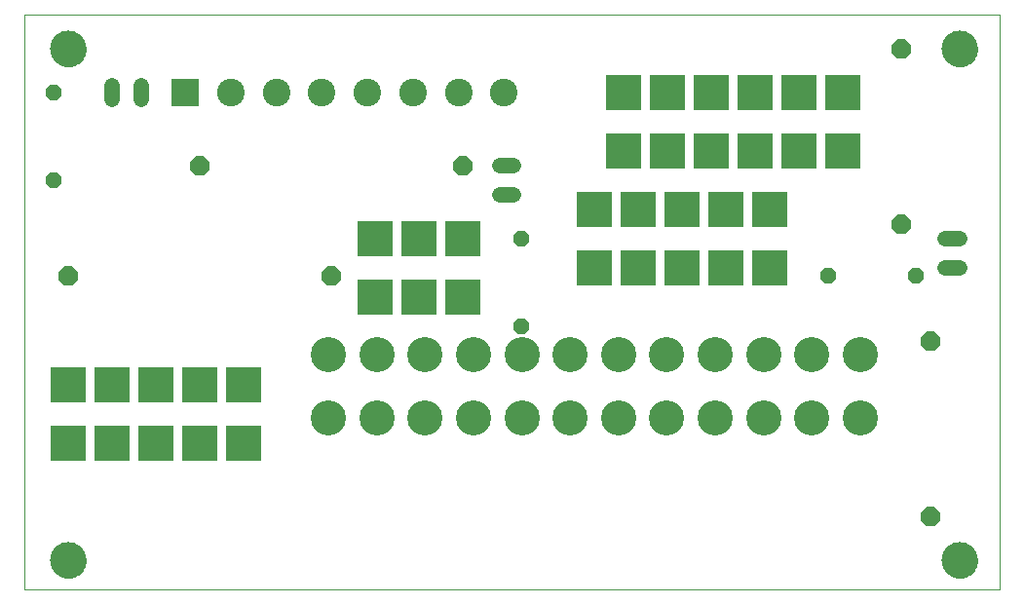
<source format=gbs>
G75*
G70*
%OFA0B0*%
%FSLAX24Y24*%
%IPPOS*%
%LPD*%
%AMOC8*
5,1,8,0,0,1.08239X$1,22.5*
%
%ADD10C,0.0000*%
%ADD11C,0.1241*%
%ADD12R,0.0946X0.0946*%
%ADD13C,0.0946*%
%ADD14C,0.1202*%
%ADD15OC8,0.0660*%
%ADD16OC8,0.0540*%
%ADD17C,0.0540*%
%ADD18R,0.1241X0.1241*%
D10*
X000180Y000680D02*
X000180Y020365D01*
X033550Y020365D01*
X033550Y000680D01*
X000180Y000680D01*
X001089Y001680D02*
X001091Y001728D01*
X001097Y001776D01*
X001107Y001823D01*
X001120Y001869D01*
X001138Y001914D01*
X001158Y001958D01*
X001183Y002000D01*
X001211Y002039D01*
X001241Y002076D01*
X001275Y002110D01*
X001312Y002142D01*
X001350Y002171D01*
X001391Y002196D01*
X001434Y002218D01*
X001479Y002236D01*
X001525Y002250D01*
X001572Y002261D01*
X001620Y002268D01*
X001668Y002271D01*
X001716Y002270D01*
X001764Y002265D01*
X001812Y002256D01*
X001858Y002244D01*
X001903Y002227D01*
X001947Y002207D01*
X001989Y002184D01*
X002029Y002157D01*
X002067Y002127D01*
X002102Y002094D01*
X002134Y002058D01*
X002164Y002020D01*
X002190Y001979D01*
X002212Y001936D01*
X002232Y001892D01*
X002247Y001847D01*
X002259Y001800D01*
X002267Y001752D01*
X002271Y001704D01*
X002271Y001656D01*
X002267Y001608D01*
X002259Y001560D01*
X002247Y001513D01*
X002232Y001468D01*
X002212Y001424D01*
X002190Y001381D01*
X002164Y001340D01*
X002134Y001302D01*
X002102Y001266D01*
X002067Y001233D01*
X002029Y001203D01*
X001989Y001176D01*
X001947Y001153D01*
X001903Y001133D01*
X001858Y001116D01*
X001812Y001104D01*
X001764Y001095D01*
X001716Y001090D01*
X001668Y001089D01*
X001620Y001092D01*
X001572Y001099D01*
X001525Y001110D01*
X001479Y001124D01*
X001434Y001142D01*
X001391Y001164D01*
X001350Y001189D01*
X001312Y001218D01*
X001275Y001250D01*
X001241Y001284D01*
X001211Y001321D01*
X001183Y001360D01*
X001158Y001402D01*
X001138Y001446D01*
X001120Y001491D01*
X001107Y001537D01*
X001097Y001584D01*
X001091Y001632D01*
X001089Y001680D01*
X001089Y019180D02*
X001091Y019228D01*
X001097Y019276D01*
X001107Y019323D01*
X001120Y019369D01*
X001138Y019414D01*
X001158Y019458D01*
X001183Y019500D01*
X001211Y019539D01*
X001241Y019576D01*
X001275Y019610D01*
X001312Y019642D01*
X001350Y019671D01*
X001391Y019696D01*
X001434Y019718D01*
X001479Y019736D01*
X001525Y019750D01*
X001572Y019761D01*
X001620Y019768D01*
X001668Y019771D01*
X001716Y019770D01*
X001764Y019765D01*
X001812Y019756D01*
X001858Y019744D01*
X001903Y019727D01*
X001947Y019707D01*
X001989Y019684D01*
X002029Y019657D01*
X002067Y019627D01*
X002102Y019594D01*
X002134Y019558D01*
X002164Y019520D01*
X002190Y019479D01*
X002212Y019436D01*
X002232Y019392D01*
X002247Y019347D01*
X002259Y019300D01*
X002267Y019252D01*
X002271Y019204D01*
X002271Y019156D01*
X002267Y019108D01*
X002259Y019060D01*
X002247Y019013D01*
X002232Y018968D01*
X002212Y018924D01*
X002190Y018881D01*
X002164Y018840D01*
X002134Y018802D01*
X002102Y018766D01*
X002067Y018733D01*
X002029Y018703D01*
X001989Y018676D01*
X001947Y018653D01*
X001903Y018633D01*
X001858Y018616D01*
X001812Y018604D01*
X001764Y018595D01*
X001716Y018590D01*
X001668Y018589D01*
X001620Y018592D01*
X001572Y018599D01*
X001525Y018610D01*
X001479Y018624D01*
X001434Y018642D01*
X001391Y018664D01*
X001350Y018689D01*
X001312Y018718D01*
X001275Y018750D01*
X001241Y018784D01*
X001211Y018821D01*
X001183Y018860D01*
X001158Y018902D01*
X001138Y018946D01*
X001120Y018991D01*
X001107Y019037D01*
X001097Y019084D01*
X001091Y019132D01*
X001089Y019180D01*
X031589Y019180D02*
X031591Y019228D01*
X031597Y019276D01*
X031607Y019323D01*
X031620Y019369D01*
X031638Y019414D01*
X031658Y019458D01*
X031683Y019500D01*
X031711Y019539D01*
X031741Y019576D01*
X031775Y019610D01*
X031812Y019642D01*
X031850Y019671D01*
X031891Y019696D01*
X031934Y019718D01*
X031979Y019736D01*
X032025Y019750D01*
X032072Y019761D01*
X032120Y019768D01*
X032168Y019771D01*
X032216Y019770D01*
X032264Y019765D01*
X032312Y019756D01*
X032358Y019744D01*
X032403Y019727D01*
X032447Y019707D01*
X032489Y019684D01*
X032529Y019657D01*
X032567Y019627D01*
X032602Y019594D01*
X032634Y019558D01*
X032664Y019520D01*
X032690Y019479D01*
X032712Y019436D01*
X032732Y019392D01*
X032747Y019347D01*
X032759Y019300D01*
X032767Y019252D01*
X032771Y019204D01*
X032771Y019156D01*
X032767Y019108D01*
X032759Y019060D01*
X032747Y019013D01*
X032732Y018968D01*
X032712Y018924D01*
X032690Y018881D01*
X032664Y018840D01*
X032634Y018802D01*
X032602Y018766D01*
X032567Y018733D01*
X032529Y018703D01*
X032489Y018676D01*
X032447Y018653D01*
X032403Y018633D01*
X032358Y018616D01*
X032312Y018604D01*
X032264Y018595D01*
X032216Y018590D01*
X032168Y018589D01*
X032120Y018592D01*
X032072Y018599D01*
X032025Y018610D01*
X031979Y018624D01*
X031934Y018642D01*
X031891Y018664D01*
X031850Y018689D01*
X031812Y018718D01*
X031775Y018750D01*
X031741Y018784D01*
X031711Y018821D01*
X031683Y018860D01*
X031658Y018902D01*
X031638Y018946D01*
X031620Y018991D01*
X031607Y019037D01*
X031597Y019084D01*
X031591Y019132D01*
X031589Y019180D01*
X031589Y001680D02*
X031591Y001728D01*
X031597Y001776D01*
X031607Y001823D01*
X031620Y001869D01*
X031638Y001914D01*
X031658Y001958D01*
X031683Y002000D01*
X031711Y002039D01*
X031741Y002076D01*
X031775Y002110D01*
X031812Y002142D01*
X031850Y002171D01*
X031891Y002196D01*
X031934Y002218D01*
X031979Y002236D01*
X032025Y002250D01*
X032072Y002261D01*
X032120Y002268D01*
X032168Y002271D01*
X032216Y002270D01*
X032264Y002265D01*
X032312Y002256D01*
X032358Y002244D01*
X032403Y002227D01*
X032447Y002207D01*
X032489Y002184D01*
X032529Y002157D01*
X032567Y002127D01*
X032602Y002094D01*
X032634Y002058D01*
X032664Y002020D01*
X032690Y001979D01*
X032712Y001936D01*
X032732Y001892D01*
X032747Y001847D01*
X032759Y001800D01*
X032767Y001752D01*
X032771Y001704D01*
X032771Y001656D01*
X032767Y001608D01*
X032759Y001560D01*
X032747Y001513D01*
X032732Y001468D01*
X032712Y001424D01*
X032690Y001381D01*
X032664Y001340D01*
X032634Y001302D01*
X032602Y001266D01*
X032567Y001233D01*
X032529Y001203D01*
X032489Y001176D01*
X032447Y001153D01*
X032403Y001133D01*
X032358Y001116D01*
X032312Y001104D01*
X032264Y001095D01*
X032216Y001090D01*
X032168Y001089D01*
X032120Y001092D01*
X032072Y001099D01*
X032025Y001110D01*
X031979Y001124D01*
X031934Y001142D01*
X031891Y001164D01*
X031850Y001189D01*
X031812Y001218D01*
X031775Y001250D01*
X031741Y001284D01*
X031711Y001321D01*
X031683Y001360D01*
X031658Y001402D01*
X031638Y001446D01*
X031620Y001491D01*
X031607Y001537D01*
X031597Y001584D01*
X031591Y001632D01*
X031589Y001680D01*
D11*
X032180Y001680D03*
X032180Y019180D03*
X001680Y019180D03*
X001680Y001680D03*
D12*
X005680Y017680D03*
D13*
X007239Y017680D03*
X008798Y017680D03*
X010357Y017680D03*
X011916Y017680D03*
X013475Y017680D03*
X015034Y017680D03*
X016593Y017680D03*
D14*
X017200Y008719D03*
X018853Y008719D03*
X020507Y008719D03*
X022160Y008719D03*
X023814Y008719D03*
X025467Y008719D03*
X027121Y008719D03*
X028774Y008719D03*
X028774Y006554D03*
X027121Y006554D03*
X025467Y006554D03*
X023814Y006554D03*
X022160Y006554D03*
X020507Y006554D03*
X018853Y006554D03*
X017200Y006554D03*
X015546Y006554D03*
X013893Y006554D03*
X012239Y006554D03*
X010586Y006554D03*
X010586Y008719D03*
X012239Y008719D03*
X013893Y008719D03*
X015546Y008719D03*
D15*
X010680Y011430D03*
X006180Y015180D03*
X001680Y011430D03*
X015180Y015180D03*
X030180Y013180D03*
X031180Y009180D03*
X031180Y003180D03*
X030180Y019180D03*
D16*
X030680Y011430D03*
X027680Y011430D03*
X017180Y012680D03*
X017180Y009680D03*
X001180Y014680D03*
X001180Y017680D03*
D17*
X003180Y017440D02*
X003180Y017920D01*
X004180Y017920D02*
X004180Y017440D01*
X016440Y015180D02*
X016920Y015180D01*
X016920Y014180D02*
X016440Y014180D01*
X031690Y012680D02*
X032170Y012680D01*
X032170Y011680D02*
X031690Y011680D01*
D18*
X025680Y011680D03*
X024180Y011680D03*
X022680Y011680D03*
X021180Y011680D03*
X019680Y011680D03*
X019680Y013680D03*
X021180Y013680D03*
X022680Y013680D03*
X024180Y013680D03*
X025680Y013680D03*
X025180Y015680D03*
X023680Y015680D03*
X022180Y015680D03*
X020680Y015680D03*
X020680Y017680D03*
X022180Y017680D03*
X023680Y017680D03*
X025180Y017680D03*
X026680Y017680D03*
X028180Y017680D03*
X028180Y015680D03*
X026680Y015680D03*
X015180Y012680D03*
X013680Y012680D03*
X012180Y012680D03*
X012180Y010680D03*
X013680Y010680D03*
X015180Y010680D03*
X007680Y007680D03*
X006180Y007680D03*
X004680Y007680D03*
X003180Y007680D03*
X001680Y007680D03*
X001680Y005680D03*
X003180Y005680D03*
X004680Y005680D03*
X006180Y005680D03*
X007680Y005680D03*
M02*

</source>
